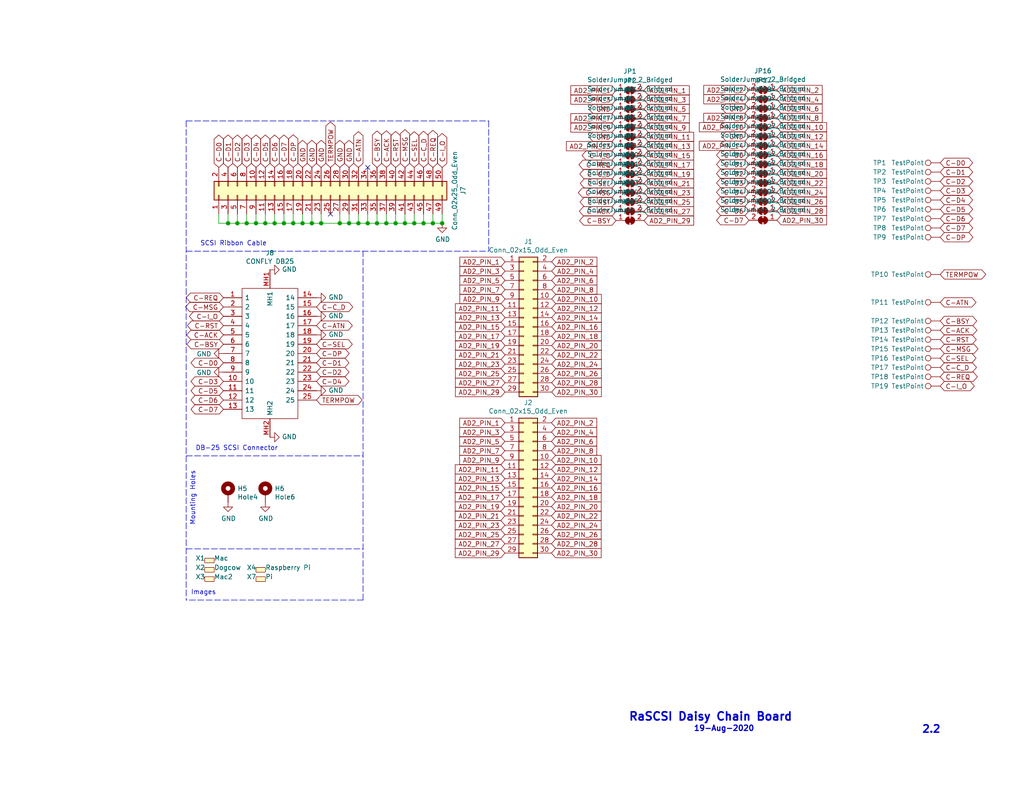
<source format=kicad_sch>
(kicad_sch (version 20201015) (generator eeschema)
  (page 1 1)
  (paper "USLetter")
  (lib_symbols
    (symbol "Connector:TestPoint" (pin_numbers hide) (pin_names (offset 0.762) hide)
      (property "Reference" "TP" (at 0 6.858 0))
      (property "Value" "TestPoint" (at 0 5.08 0))
      (symbol "TestPoint_0_1"
        (circle (center 0 3.302) (radius 0.762))
      )
      (symbol "TestPoint_1_1"
        (pin passive line (at 0 0 90) (length 2.54) (name "1") (number "1"))
      )
    )
    (symbol "Connector_Generic:Conn_02x15_Odd_Even" (pin_names (offset 1.016) hide)
      (property "Reference" "J" (at 1.27 20.32 0))
      (property "Value" "Conn_02x15_Odd_Even" (at 1.27 -20.32 0))
      (symbol "Conn_02x15_Odd_Even_1_1"
        (rectangle (start -1.27 -4.953) (end 0 -5.207) (stroke (width 0.1524)))
        (rectangle (start -1.27 -7.493) (end 0 -7.747) (stroke (width 0.1524)))
        (rectangle (start -1.27 -10.033) (end 0 -10.287) (stroke (width 0.1524)))
        (rectangle (start -1.27 -12.573) (end 0 -12.827) (stroke (width 0.1524)))
        (rectangle (start -1.27 -15.113) (end 0 -15.367) (stroke (width 0.1524)))
        (rectangle (start -1.27 -17.653) (end 0 -17.907) (stroke (width 0.1524)))
        (rectangle (start -1.27 -2.413) (end 0 -2.667) (stroke (width 0.1524)))
        (rectangle (start -1.27 2.667) (end 0 2.413) (stroke (width 0.1524)))
        (rectangle (start -1.27 5.207) (end 0 4.953) (stroke (width 0.1524)))
        (rectangle (start -1.27 7.747) (end 0 7.493) (stroke (width 0.1524)))
        (rectangle (start -1.27 10.287) (end 0 10.033) (stroke (width 0.1524)))
        (rectangle (start -1.27 0.127) (end 0 -0.127) (stroke (width 0.1524)))
        (rectangle (start -1.27 12.827) (end 0 12.573) (stroke (width 0.1524)))
        (rectangle (start -1.27 15.367) (end 0 15.113) (stroke (width 0.1524)))
        (rectangle (start -1.27 17.907) (end 0 17.653) (stroke (width 0.1524)))
        (rectangle (start -1.27 19.05) (end 3.81 -19.05) (stroke (width 0.254)) (fill (type background)))
        (rectangle (start 3.81 -4.953) (end 2.54 -5.207) (stroke (width 0.1524)))
        (rectangle (start 3.81 -7.493) (end 2.54 -7.747) (stroke (width 0.1524)))
        (rectangle (start 3.81 -10.033) (end 2.54 -10.287) (stroke (width 0.1524)))
        (rectangle (start 3.81 -12.573) (end 2.54 -12.827) (stroke (width 0.1524)))
        (rectangle (start 3.81 -15.113) (end 2.54 -15.367) (stroke (width 0.1524)))
        (rectangle (start 3.81 -17.653) (end 2.54 -17.907) (stroke (width 0.1524)))
        (rectangle (start 3.81 -2.413) (end 2.54 -2.667) (stroke (width 0.1524)))
        (rectangle (start 3.81 2.667) (end 2.54 2.413) (stroke (width 0.1524)))
        (rectangle (start 3.81 5.207) (end 2.54 4.953) (stroke (width 0.1524)))
        (rectangle (start 3.81 7.747) (end 2.54 7.493) (stroke (width 0.1524)))
        (rectangle (start 3.81 10.287) (end 2.54 10.033) (stroke (width 0.1524)))
        (rectangle (start 3.81 0.127) (end 2.54 -0.127) (stroke (width 0.1524)))
        (rectangle (start 3.81 12.827) (end 2.54 12.573) (stroke (width 0.1524)))
        (rectangle (start 3.81 15.367) (end 2.54 15.113) (stroke (width 0.1524)))
        (rectangle (start 3.81 17.907) (end 2.54 17.653) (stroke (width 0.1524)))
        (pin passive line (at -5.08 17.78 0) (length 3.81) (name "Pin_1") (number "1"))
        (pin passive line (at 7.62 7.62 180) (length 3.81) (name "Pin_10") (number "10"))
        (pin passive line (at -5.08 5.08 0) (length 3.81) (name "Pin_11") (number "11"))
        (pin passive line (at 7.62 5.08 180) (length 3.81) (name "Pin_12") (number "12"))
        (pin passive line (at -5.08 2.54 0) (length 3.81) (name "Pin_13") (number "13"))
        (pin passive line (at 7.62 2.54 180) (length 3.81) (name "Pin_14") (number "14"))
        (pin passive line (at -5.08 0 0) (length 3.81) (name "Pin_15") (number "15"))
        (pin passive line (at 7.62 0 180) (length 3.81) (name "Pin_16") (number "16"))
        (pin passive line (at -5.08 -2.54 0) (length 3.81) (name "Pin_17") (number "17"))
        (pin passive line (at 7.62 -2.54 180) (length 3.81) (name "Pin_18") (number "18"))
        (pin passive line (at -5.08 -5.08 0) (length 3.81) (name "Pin_19") (number "19"))
        (pin passive line (at 7.62 17.78 180) (length 3.81) (name "Pin_2") (number "2"))
        (pin passive line (at 7.62 -5.08 180) (length 3.81) (name "Pin_20") (number "20"))
        (pin passive line (at -5.08 -7.62 0) (length 3.81) (name "Pin_21") (number "21"))
        (pin passive line (at 7.62 -7.62 180) (length 3.81) (name "Pin_22") (number "22"))
        (pin passive line (at -5.08 -10.16 0) (length 3.81) (name "Pin_23") (number "23"))
        (pin passive line (at 7.62 -10.16 180) (length 3.81) (name "Pin_24") (number "24"))
        (pin passive line (at -5.08 -12.7 0) (length 3.81) (name "Pin_25") (number "25"))
        (pin passive line (at 7.62 -12.7 180) (length 3.81) (name "Pin_26") (number "26"))
        (pin passive line (at -5.08 -15.24 0) (length 3.81) (name "Pin_27") (number "27"))
        (pin passive line (at 7.62 -15.24 180) (length 3.81) (name "Pin_28") (number "28"))
        (pin passive line (at -5.08 -17.78 0) (length 3.81) (name "Pin_29") (number "29"))
        (pin passive line (at -5.08 15.24 0) (length 3.81) (name "Pin_3") (number "3"))
        (pin passive line (at 7.62 -17.78 180) (length 3.81) (name "Pin_30") (number "30"))
        (pin passive line (at 7.62 15.24 180) (length 3.81) (name "Pin_4") (number "4"))
        (pin passive line (at -5.08 12.7 0) (length 3.81) (name "Pin_5") (number "5"))
        (pin passive line (at 7.62 12.7 180) (length 3.81) (name "Pin_6") (number "6"))
        (pin passive line (at -5.08 10.16 0) (length 3.81) (name "Pin_7") (number "7"))
        (pin passive line (at 7.62 10.16 180) (length 3.81) (name "Pin_8") (number "8"))
        (pin passive line (at -5.08 7.62 0) (length 3.81) (name "Pin_9") (number "9"))
      )
    )
    (symbol "Connector_Generic:Conn_02x25_Odd_Even" (pin_names (offset 1.016) hide)
      (property "Reference" "J" (at 1.27 33.02 0))
      (property "Value" "Conn_02x25_Odd_Even" (at 1.27 -33.02 0))
      (symbol "Conn_02x25_Odd_Even_1_1"
        (rectangle (start -1.27 -27.813) (end 0 -28.067) (stroke (width 0.1524)))
        (rectangle (start -1.27 -30.353) (end 0 -30.607) (stroke (width 0.1524)))
        (rectangle (start -1.27 -4.953) (end 0 -5.207) (stroke (width 0.1524)))
        (rectangle (start -1.27 -7.493) (end 0 -7.747) (stroke (width 0.1524)))
        (rectangle (start -1.27 -10.033) (end 0 -10.287) (stroke (width 0.1524)))
        (rectangle (start -1.27 -12.573) (end 0 -12.827) (stroke (width 0.1524)))
        (rectangle (start -1.27 -15.113) (end 0 -15.367) (stroke (width 0.1524)))
        (rectangle (start -1.27 -17.653) (end 0 -17.907) (stroke (width 0.1524)))
        (rectangle (start -1.27 -20.193) (end 0 -20.447) (stroke (width 0.1524)))
        (rectangle (start -1.27 -22.733) (end 0 -22.987) (stroke (width 0.1524)))
        (rectangle (start -1.27 -2.413) (end 0 -2.667) (stroke (width 0.1524)))
        (rectangle (start -1.27 -25.273) (end 0 -25.527) (stroke (width 0.1524)))
        (rectangle (start -1.27 25.527) (end 0 25.273) (stroke (width 0.1524)))
        (rectangle (start -1.27 2.667) (end 0 2.413) (stroke (width 0.1524)))
        (rectangle (start -1.27 28.067) (end 0 27.813) (stroke (width 0.1524)))
        (rectangle (start -1.27 30.607) (end 0 30.353) (stroke (width 0.1524)))
        (rectangle (start -1.27 31.75) (end 3.81 -31.75) (stroke (width 0.254)) (fill (type background)))
        (rectangle (start -1.27 5.207) (end 0 4.953) (stroke (width 0.1524)))
        (rectangle (start -1.27 7.747) (end 0 7.493) (stroke (width 0.1524)))
        (rectangle (start -1.27 10.287) (end 0 10.033) (stroke (width 0.1524)))
        (rectangle (start -1.27 0.127) (end 0 -0.127) (stroke (width 0.1524)))
        (rectangle (start -1.27 12.827) (end 0 12.573) (stroke (width 0.1524)))
        (rectangle (start -1.27 15.367) (end 0 15.113) (stroke (width 0.1524)))
        (rectangle (start -1.27 17.907) (end 0 17.653) (stroke (width 0.1524)))
        (rectangle (start -1.27 20.447) (end 0 20.193) (stroke (width 0.1524)))
        (rectangle (start -1.27 22.987) (end 0 22.733) (stroke (width 0.1524)))
        (rectangle (start 3.81 -27.813) (end 2.54 -28.067) (stroke (width 0.1524)))
        (rectangle (start 3.81 -30.353) (end 2.54 -30.607) (stroke (width 0.1524)))
        (rectangle (start 3.81 -4.953) (end 2.54 -5.207) (stroke (width 0.1524)))
        (rectangle (start 3.81 -7.493) (end 2.54 -7.747) (stroke (width 0.1524)))
        (rectangle (start 3.81 -10.033) (end 2.54 -10.287) (stroke (width 0.1524)))
        (rectangle (start 3.81 -12.573) (end 2.54 -12.827) (stroke (width 0.1524)))
        (rectangle (start 3.81 -15.113) (end 2.54 -15.367) (stroke (width 0.1524)))
        (rectangle (start 3.81 -17.653) (end 2.54 -17.907) (stroke (width 0.1524)))
        (rectangle (start 3.81 -20.193) (end 2.54 -20.447) (stroke (width 0.1524)))
        (rectangle (start 3.81 -22.733) (end 2.54 -22.987) (stroke (width 0.1524)))
        (rectangle (start 3.81 -2.413) (end 2.54 -2.667) (stroke (width 0.1524)))
        (rectangle (start 3.81 -25.273) (end 2.54 -25.527) (stroke (width 0.1524)))
        (rectangle (start 3.81 25.527) (end 2.54 25.273) (stroke (width 0.1524)))
        (rectangle (start 3.81 2.667) (end 2.54 2.413) (stroke (width 0.1524)))
        (rectangle (start 3.81 28.067) (end 2.54 27.813) (stroke (width 0.1524)))
        (rectangle (start 3.81 30.607) (end 2.54 30.353) (stroke (width 0.1524)))
        (rectangle (start 3.81 5.207) (end 2.54 4.953) (stroke (width 0.1524)))
        (rectangle (start 3.81 7.747) (end 2.54 7.493) (stroke (width 0.1524)))
        (rectangle (start 3.81 10.287) (end 2.54 10.033) (stroke (width 0.1524)))
        (rectangle (start 3.81 0.127) (end 2.54 -0.127) (stroke (width 0.1524)))
        (rectangle (start 3.81 12.827) (end 2.54 12.573) (stroke (width 0.1524)))
        (rectangle (start 3.81 15.367) (end 2.54 15.113) (stroke (width 0.1524)))
        (rectangle (start 3.81 17.907) (end 2.54 17.653) (stroke (width 0.1524)))
        (rectangle (start 3.81 20.447) (end 2.54 20.193) (stroke (width 0.1524)))
        (rectangle (start 3.81 22.987) (end 2.54 22.733) (stroke (width 0.1524)))
        (pin passive line (at -5.08 30.48 0) (length 3.81) (name "Pin_1") (number "1"))
        (pin passive line (at 7.62 20.32 180) (length 3.81) (name "Pin_10") (number "10"))
        (pin passive line (at -5.08 17.78 0) (length 3.81) (name "Pin_11") (number "11"))
        (pin passive line (at 7.62 17.78 180) (length 3.81) (name "Pin_12") (number "12"))
        (pin passive line (at -5.08 15.24 0) (length 3.81) (name "Pin_13") (number "13"))
        (pin passive line (at 7.62 15.24 180) (length 3.81) (name "Pin_14") (number "14"))
        (pin passive line (at -5.08 12.7 0) (length 3.81) (name "Pin_15") (number "15"))
        (pin passive line (at 7.62 12.7 180) (length 3.81) (name "Pin_16") (number "16"))
        (pin passive line (at -5.08 10.16 0) (length 3.81) (name "Pin_17") (number "17"))
        (pin passive line (at 7.62 10.16 180) (length 3.81) (name "Pin_18") (number "18"))
        (pin passive line (at -5.08 7.62 0) (length 3.81) (name "Pin_19") (number "19"))
        (pin passive line (at 7.62 30.48 180) (length 3.81) (name "Pin_2") (number "2"))
        (pin passive line (at 7.62 7.62 180) (length 3.81) (name "Pin_20") (number "20"))
        (pin passive line (at -5.08 5.08 0) (length 3.81) (name "Pin_21") (number "21"))
        (pin passive line (at 7.62 5.08 180) (length 3.81) (name "Pin_22") (number "22"))
        (pin passive line (at -5.08 2.54 0) (length 3.81) (name "Pin_23") (number "23"))
        (pin passive line (at 7.62 2.54 180) (length 3.81) (name "Pin_24") (number "24"))
        (pin passive line (at -5.08 0 0) (length 3.81) (name "Pin_25") (number "25"))
        (pin passive line (at 7.62 0 180) (length 3.81) (name "Pin_26") (number "26"))
        (pin passive line (at -5.08 -2.54 0) (length 3.81) (name "Pin_27") (number "27"))
        (pin passive line (at 7.62 -2.54 180) (length 3.81) (name "Pin_28") (number "28"))
        (pin passive line (at -5.08 -5.08 0) (length 3.81) (name "Pin_29") (number "29"))
        (pin passive line (at -5.08 27.94 0) (length 3.81) (name "Pin_3") (number "3"))
        (pin passive line (at 7.62 -5.08 180) (length 3.81) (name "Pin_30") (number "30"))
        (pin passive line (at -5.08 -7.62 0) (length 3.81) (name "Pin_31") (number "31"))
        (pin passive line (at 7.62 -7.62 180) (length 3.81) (name "Pin_32") (number "32"))
        (pin passive line (at -5.08 -10.16 0) (length 3.81) (name "Pin_33") (number "33"))
        (pin passive line (at 7.62 -10.16 180) (length 3.81) (name "Pin_34") (number "34"))
        (pin passive line (at -5.08 -12.7 0) (length 3.81) (name "Pin_35") (number "35"))
        (pin passive line (at 7.62 -12.7 180) (length 3.81) (name "Pin_36") (number "36"))
        (pin passive line (at -5.08 -15.24 0) (length 3.81) (name "Pin_37") (number "37"))
        (pin passive line (at 7.62 -15.24 180) (length 3.81) (name "Pin_38") (number "38"))
        (pin passive line (at -5.08 -17.78 0) (length 3.81) (name "Pin_39") (number "39"))
        (pin passive line (at 7.62 27.94 180) (length 3.81) (name "Pin_4") (number "4"))
        (pin passive line (at 7.62 -17.78 180) (length 3.81) (name "Pin_40") (number "40"))
        (pin passive line (at -5.08 -20.32 0) (length 3.81) (name "Pin_41") (number "41"))
        (pin passive line (at 7.62 -20.32 180) (length 3.81) (name "Pin_42") (number "42"))
        (pin passive line (at -5.08 -22.86 0) (length 3.81) (name "Pin_43") (number "43"))
        (pin passive line (at 7.62 -22.86 180) (length 3.81) (name "Pin_44") (number "44"))
        (pin passive line (at -5.08 -25.4 0) (length 3.81) (name "Pin_45") (number "45"))
        (pin passive line (at 7.62 -25.4 180) (length 3.81) (name "Pin_46") (number "46"))
        (pin passive line (at -5.08 -27.94 0) (length 3.81) (name "Pin_47") (number "47"))
        (pin passive line (at 7.62 -27.94 180) (length 3.81) (name "Pin_48") (number "48"))
        (pin passive line (at -5.08 -30.48 0) (length 3.81) (name "Pin_49") (number "49"))
        (pin passive line (at -5.08 25.4 0) (length 3.81) (name "Pin_5") (number "5"))
        (pin passive line (at 7.62 -30.48 180) (length 3.81) (name "Pin_50") (number "50"))
        (pin passive line (at 7.62 25.4 180) (length 3.81) (name "Pin_6") (number "6"))
        (pin passive line (at -5.08 22.86 0) (length 3.81) (name "Pin_7") (number "7"))
        (pin passive line (at 7.62 22.86 180) (length 3.81) (name "Pin_8") (number "8"))
        (pin passive line (at -5.08 20.32 0) (length 3.81) (name "Pin_9") (number "9"))
      )
    )
    (symbol "Jumper:SolderJumper_2_Bridged" (pin_names (offset 0) hide)
      (property "Reference" "JP" (at 0 2.032 0))
      (property "Value" "SolderJumper_2_Bridged" (at 0 -2.54 0))
      (symbol "SolderJumper_2_Bridged_0_1"
        (arc (start -0.254 1.016) (end -0.254 -1.016) (radius (at -0.254 0) (length 1.016) (angles 90.1 -90.1)))
        (arc (start -0.254 1.016) (end -0.254 -1.016) (radius (at -0.254 0) (length 1.016) (angles 90.1 -90.1)) (fill (type outline)))
        (arc (start 0.254 -1.016) (end 0.254 1.016) (radius (at 0.254 0) (length 1.016) (angles -89.9 89.9)))
        (arc (start 0.254 -1.016) (end 0.254 1.016) (radius (at 0.254 0) (length 1.016) (angles -89.9 89.9)) (fill (type outline)))
        (rectangle (start -0.508 0.508) (end 0.508 -0.508) (fill (type outline)))
        (polyline (pts (xy -0.254 1.016) (xy -0.254 -1.016)))
        (polyline (pts (xy 0.254 1.016) (xy 0.254 -1.016)))
      )
      (symbol "SolderJumper_2_Bridged_1_1"
        (pin passive line (at -3.81 0 0) (length 2.54) (name "A") (number "1"))
        (pin passive line (at 3.81 0 180) (length 2.54) (name "B") (number "2"))
      )
    )
    (symbol "Mechanical:MountingHole_Pad" (pin_numbers hide) (pin_names (offset 1.016) hide)
      (property "Reference" "H" (at 0 6.35 0))
      (property "Value" "MountingHole_Pad" (at 0 4.445 0))
      (symbol "MountingHole_Pad_0_1"
        (circle (center 0 1.27) (radius 1.27) (stroke (width 1.27)))
      )
      (symbol "MountingHole_Pad_1_1"
        (pin input line (at 0 -2.54 90) (length 2.54) (name "1") (number "1"))
      )
    )
    (symbol "SamacSys_Parts:5748901-1" (pin_names (offset 0.762))
      (property "Reference" "J" (at 41.91 12.7 0))
      (property "Value" "5748901-1" (at 41.91 10.16 0))
      (symbol "5748901-1_0_1"
        (polyline (pts (xy 5.08 7.62) (xy 40.64 7.62) (xy 40.64 -7.62) (xy 5.08 -7.62) (xy 5.08 7.62)) (stroke (width 0.1524)))
      )
      (symbol "5748901-1_0_0"
        (pin passive line (at 7.62 -12.7 90) (length 5.08) (name "1") (number "1"))
        (pin passive line (at 10.16 -12.7 90) (length 5.08) (name "2") (number "2"))
        (pin passive line (at 12.7 -12.7 90) (length 5.08) (name "3") (number "3"))
        (pin passive line (at 15.24 -12.7 90) (length 5.08) (name "4") (number "4"))
        (pin passive line (at 17.78 -12.7 90) (length 5.08) (name "5") (number "5"))
        (pin passive line (at 20.32 -12.7 90) (length 5.08) (name "6") (number "6"))
        (pin passive line (at 22.86 -12.7 90) (length 5.08) (name "7") (number "7"))
        (pin passive line (at 25.4 -12.7 90) (length 5.08) (name "8") (number "8"))
        (pin passive line (at 27.94 -12.7 90) (length 5.08) (name "9") (number "9"))
        (pin passive line (at 30.48 -12.7 90) (length 5.08) (name "10") (number "10"))
        (pin passive line (at 33.02 -12.7 90) (length 5.08) (name "11") (number "11"))
        (pin passive line (at 35.56 -12.7 90) (length 5.08) (name "12") (number "12"))
        (pin passive line (at 38.1 -12.7 90) (length 5.08) (name "13") (number "13"))
        (pin passive line (at 7.62 12.7 270) (length 5.08) (name "14") (number "14"))
        (pin passive line (at 10.16 12.7 270) (length 5.08) (name "15") (number "15"))
        (pin passive line (at 12.7 12.7 270) (length 5.08) (name "16") (number "16"))
        (pin passive line (at 15.24 12.7 270) (length 5.08) (name "17") (number "17"))
        (pin passive line (at 17.78 12.7 270) (length 5.08) (name "18") (number "18"))
        (pin passive line (at 20.32 12.7 270) (length 5.08) (name "19") (number "19"))
        (pin passive line (at 22.86 12.7 270) (length 5.08) (name "20") (number "20"))
        (pin passive line (at 25.4 12.7 270) (length 5.08) (name "21") (number "21"))
        (pin passive line (at 27.94 12.7 270) (length 5.08) (name "22") (number "22"))
        (pin passive line (at 30.48 12.7 270) (length 5.08) (name "23") (number "23"))
        (pin passive line (at 33.02 12.7 270) (length 5.08) (name "24") (number "24"))
        (pin passive line (at 35.56 12.7 270) (length 5.08) (name "25") (number "25"))
        (pin passive line (at 0 0 0) (length 5.08) (name "MH1") (number "MH1"))
        (pin passive line (at 45.72 0 180) (length 5.08) (name "MH2") (number "MH2"))
      )
    )
    (symbol "SamacSys_Parts:Logo" (pin_names (offset 1.016))
      (property "Reference" "X" (at 0 3.81 0))
      (property "Value" "Logo" (at 0 0 0))
      (symbol "Logo_0_1"
        (rectangle (start -1.27 1.27) (end 1.27 2.54) (fill (type background)))
      )
    )
    (symbol "power:GND" (power) (pin_names (offset 0))
      (property "Value" "GND" (at 0 -3.81 0))
      (symbol "GND_0_1"
        (polyline (pts (xy 0 0) (xy 0 -1.27) (xy 1.27 -1.27) (xy 0 -2.54) (xy -1.27 -1.27) (xy 0 -1.27)))
      )
      (symbol "GND_1_1"
        (pin power_in line (at 0 0 270) (length 0) hide (name "GND") (number "1"))
      )
    )
  )
  (junction (at 62.23 60.96) (diameter 1.016))
  (junction (at 64.77 60.96) (diameter 1.016))
  (junction (at 67.31 60.96) (diameter 1.016))
  (junction (at 69.85 60.96) (diameter 1.016))
  (junction (at 72.39 60.96) (diameter 1.016))
  (junction (at 74.93 60.96) (diameter 1.016))
  (junction (at 77.47 60.96) (diameter 1.016))
  (junction (at 80.01 60.96) (diameter 1.016))
  (junction (at 82.55 60.96) (diameter 1.016))
  (junction (at 85.09 60.96) (diameter 1.016))
  (junction (at 87.63 60.96) (diameter 1.016))
  (junction (at 92.71 60.96) (diameter 1.016))
  (junction (at 95.25 60.96) (diameter 1.016))
  (junction (at 97.79 60.96) (diameter 1.016))
  (junction (at 100.33 60.96) (diameter 1.016))
  (junction (at 102.87 60.96) (diameter 1.016))
  (junction (at 105.41 60.96) (diameter 1.016))
  (junction (at 107.95 60.96) (diameter 1.016))
  (junction (at 110.49 60.96) (diameter 1.016))
  (junction (at 113.03 60.96) (diameter 1.016))
  (junction (at 115.57 60.96) (diameter 1.016))
  (junction (at 118.11 60.96) (diameter 1.016))
  (junction (at 120.65 60.96) (diameter 1.016))
  (no_connect (at 100.33 45.72))
  (no_connect (at 90.17 58.42))
  (wire (pts (xy 59.69 60.96) (xy 59.69 58.42)))
  (wire (pts (xy 59.69 60.96) (xy 62.23 60.96)))
  (wire (pts (xy 62.23 60.96) (xy 62.23 58.42)))
  (wire (pts (xy 62.23 60.96) (xy 64.77 60.96)))
  (wire (pts (xy 64.77 60.96) (xy 64.77 58.42)))
  (wire (pts (xy 64.77 60.96) (xy 67.31 60.96)))
  (wire (pts (xy 67.31 60.96) (xy 67.31 58.42)))
  (wire (pts (xy 67.31 60.96) (xy 69.85 60.96)))
  (wire (pts (xy 69.85 60.96) (xy 69.85 58.42)))
  (wire (pts (xy 69.85 60.96) (xy 72.39 60.96)))
  (wire (pts (xy 72.39 60.96) (xy 72.39 58.42)))
  (wire (pts (xy 72.39 60.96) (xy 74.93 60.96)))
  (wire (pts (xy 74.93 60.96) (xy 74.93 58.42)))
  (wire (pts (xy 74.93 60.96) (xy 77.47 60.96)))
  (wire (pts (xy 77.47 60.96) (xy 77.47 58.42)))
  (wire (pts (xy 77.47 60.96) (xy 80.01 60.96)))
  (wire (pts (xy 80.01 60.96) (xy 80.01 58.42)))
  (wire (pts (xy 80.01 60.96) (xy 82.55 60.96)))
  (wire (pts (xy 82.55 60.96) (xy 82.55 58.42)))
  (wire (pts (xy 82.55 60.96) (xy 85.09 60.96)))
  (wire (pts (xy 85.09 60.96) (xy 85.09 58.42)))
  (wire (pts (xy 85.09 60.96) (xy 87.63 60.96)))
  (wire (pts (xy 87.63 60.96) (xy 87.63 58.42)))
  (wire (pts (xy 87.63 60.96) (xy 92.71 60.96)))
  (wire (pts (xy 92.71 60.96) (xy 92.71 58.42)))
  (wire (pts (xy 92.71 60.96) (xy 95.25 60.96)))
  (wire (pts (xy 95.25 60.96) (xy 95.25 58.42)))
  (wire (pts (xy 95.25 60.96) (xy 97.79 60.96)))
  (wire (pts (xy 97.79 60.96) (xy 97.79 58.42)))
  (wire (pts (xy 97.79 60.96) (xy 100.33 60.96)))
  (wire (pts (xy 100.33 60.96) (xy 100.33 58.42)))
  (wire (pts (xy 100.33 60.96) (xy 102.87 60.96)))
  (wire (pts (xy 102.87 60.96) (xy 102.87 58.42)))
  (wire (pts (xy 102.87 60.96) (xy 105.41 60.96)))
  (wire (pts (xy 105.41 60.96) (xy 105.41 58.42)))
  (wire (pts (xy 105.41 60.96) (xy 107.95 60.96)))
  (wire (pts (xy 107.95 60.96) (xy 107.95 58.42)))
  (wire (pts (xy 107.95 60.96) (xy 110.49 60.96)))
  (wire (pts (xy 110.49 60.96) (xy 110.49 58.42)))
  (wire (pts (xy 110.49 60.96) (xy 113.03 60.96)))
  (wire (pts (xy 113.03 60.96) (xy 113.03 58.42)))
  (wire (pts (xy 113.03 60.96) (xy 115.57 60.96)))
  (wire (pts (xy 115.57 60.96) (xy 115.57 58.42)))
  (wire (pts (xy 115.57 60.96) (xy 118.11 60.96)))
  (wire (pts (xy 118.11 60.96) (xy 118.11 58.42)))
  (wire (pts (xy 118.11 60.96) (xy 120.65 60.96)))
  (wire (pts (xy 120.65 60.96) (xy 120.65 58.42)))
  (polyline (pts (xy 50.8 33.02) (xy 50.8 163.83)) (stroke (width 0) (type dash)))
  (polyline (pts (xy 50.8 33.02) (xy 133.35 33.02)) (stroke (width 0) (type dash)))
  (polyline (pts (xy 50.8 68.58) (xy 133.35 68.58)) (stroke (width 0) (type dash)))
  (polyline (pts (xy 50.8 124.46) (xy 99.06 124.46)) (stroke (width 0) (type dash)))
  (polyline (pts (xy 50.8 149.86) (xy 99.06 149.86)) (stroke (width 0) (type dash)))
  (polyline (pts (xy 99.06 163.83) (xy 50.8 163.83)) (stroke (width 0) (type dash)))
  (polyline (pts (xy 99.06 163.83) (xy 99.06 68.58)) (stroke (width 0) (type dash)))
  (polyline (pts (xy 133.35 33.02) (xy 133.35 68.58)) (stroke (width 0) (type dash)))
  (text "Images" (at 52.07 162.56 0) (effects (font (size 1.27 1.27)) (justify left bottom)))
  (text "DB-25 SCSI Connector" (at 53.34 123.19 0) (effects (font (size 1.27 1.27)) (justify left bottom)))
  (text "Mounting Holes" (at 53.34 143.51 90) (effects (font (size 1.27 1.27)) (justify left bottom)))
  (text "SCSI Ribbon Cable" (at 54.61 67.31 0) (effects (font (size 1.27 1.27)) (justify left bottom)))
  (text "RaSCSI Daisy Chain Board" (at 171.45 197.104 0) (effects (font (size 2.2098 2.2098) (thickness 0.442) bold) (justify left bottom)))
  (text "19-Aug-2020" (at 189.23 199.898 0) (effects (font (size 1.4986 1.4986) (thickness 0.2997) bold) (justify left bottom)))
  (text "2.2" (at 251.46 200.406 0) (effects (font (size 2.0066 2.0066) (thickness 0.4013) bold) (justify left bottom)))
  (global_label "C-D0" (shape bidirectional) (at 59.69 45.72 90))
  (global_label "C-REQ" (shape bidirectional) (at 60.96 81.28 180))
  (global_label "C-MSG" (shape bidirectional) (at 60.96 83.82 180))
  (global_label "C-I_O" (shape bidirectional) (at 60.96 86.36 180))
  (global_label "C-RST" (shape bidirectional) (at 60.96 88.9 180))
  (global_label "C-ACK" (shape bidirectional) (at 60.96 91.44 180))
  (global_label "C-BSY" (shape bidirectional) (at 60.96 93.98 180))
  (global_label "C-D0" (shape bidirectional) (at 60.96 99.06 180))
  (global_label "C-D3" (shape bidirectional) (at 60.96 104.14 180))
  (global_label "C-D5" (shape bidirectional) (at 60.96 106.68 180))
  (global_label "C-D6" (shape bidirectional) (at 60.96 109.22 180))
  (global_label "C-D7" (shape bidirectional) (at 60.96 111.76 180))
  (global_label "C-D1" (shape bidirectional) (at 62.23 45.72 90))
  (global_label "C-D2" (shape bidirectional) (at 64.77 45.72 90))
  (global_label "C-D3" (shape bidirectional) (at 67.31 45.72 90))
  (global_label "C-D4" (shape bidirectional) (at 69.85 45.72 90))
  (global_label "C-D5" (shape bidirectional) (at 72.39 45.72 90))
  (global_label "C-D6" (shape bidirectional) (at 74.93 45.72 90))
  (global_label "C-D7" (shape bidirectional) (at 77.47 45.72 90))
  (global_label "C-DP" (shape bidirectional) (at 80.01 45.72 90))
  (global_label "GND" (shape bidirectional) (at 82.55 45.72 90))
  (global_label "GND" (shape bidirectional) (at 85.09 45.72 90))
  (global_label "C-C_D" (shape bidirectional) (at 86.36 83.82 0))
  (global_label "C-ATN" (shape bidirectional) (at 86.36 88.9 0))
  (global_label "C-SEL" (shape bidirectional) (at 86.36 93.98 0))
  (global_label "C-DP" (shape bidirectional) (at 86.36 96.52 0))
  (global_label "C-D1" (shape bidirectional) (at 86.36 99.06 0))
  (global_label "C-D2" (shape bidirectional) (at 86.36 101.6 0))
  (global_label "C-D4" (shape bidirectional) (at 86.36 104.14 0))
  (global_label "TERMPOW" (shape bidirectional) (at 86.36 109.22 0))
  (global_label "GND" (shape bidirectional) (at 87.63 45.72 90))
  (global_label "TERMPOW" (shape bidirectional) (at 90.17 45.72 90))
  (global_label "GND" (shape bidirectional) (at 92.71 45.72 90))
  (global_label "GND" (shape bidirectional) (at 95.25 45.72 90))
  (global_label "C-ATN" (shape bidirectional) (at 97.79 45.72 90))
  (global_label "C-BSY" (shape bidirectional) (at 102.87 45.72 90))
  (global_label "C-ACK" (shape bidirectional) (at 105.41 45.72 90))
  (global_label "C-RST" (shape bidirectional) (at 107.95 45.72 90))
  (global_label "C-MSG" (shape bidirectional) (at 110.49 45.72 90))
  (global_label "C-SEL" (shape bidirectional) (at 113.03 45.72 90))
  (global_label "C-C_D" (shape bidirectional) (at 115.57 45.72 90))
  (global_label "C-REQ" (shape bidirectional) (at 118.11 45.72 90))
  (global_label "C-I_O" (shape bidirectional) (at 120.65 45.72 90))
  (global_label "AD2_PIN_1" (shape input) (at 137.7696 115.443 180))
  (global_label "AD2_PIN_3" (shape input) (at 137.7696 117.983 180))
  (global_label "AD2_PIN_5" (shape input) (at 137.7696 120.523 180))
  (global_label "AD2_PIN_7" (shape input) (at 137.7696 123.063 180))
  (global_label "AD2_PIN_9" (shape input) (at 137.7696 125.603 180))
  (global_label "AD2_PIN_11" (shape input) (at 137.7696 128.143 180))
  (global_label "AD2_PIN_13" (shape input) (at 137.7696 130.683 180))
  (global_label "AD2_PIN_15" (shape input) (at 137.7696 133.223 180))
  (global_label "AD2_PIN_17" (shape input) (at 137.7696 135.763 180))
  (global_label "AD2_PIN_19" (shape input) (at 137.7696 138.303 180))
  (global_label "AD2_PIN_21" (shape input) (at 137.7696 140.843 180))
  (global_label "AD2_PIN_23" (shape input) (at 137.7696 143.383 180))
  (global_label "AD2_PIN_25" (shape input) (at 137.7696 145.923 180))
  (global_label "AD2_PIN_27" (shape input) (at 137.7696 148.463 180))
  (global_label "AD2_PIN_29" (shape input) (at 137.7696 151.003 180))
  (global_label "AD2_PIN_1" (shape input) (at 137.8204 71.4756 180))
  (global_label "AD2_PIN_3" (shape input) (at 137.8204 74.0156 180))
  (global_label "AD2_PIN_5" (shape input) (at 137.8204 76.5556 180))
  (global_label "AD2_PIN_7" (shape input) (at 137.8204 79.0956 180))
  (global_label "AD2_PIN_9" (shape input) (at 137.8204 81.6356 180))
  (global_label "AD2_PIN_11" (shape input) (at 137.8204 84.1756 180))
  (global_label "AD2_PIN_13" (shape input) (at 137.8204 86.7156 180))
  (global_label "AD2_PIN_15" (shape input) (at 137.8204 89.2556 180))
  (global_label "AD2_PIN_17" (shape input) (at 137.8204 91.7956 180))
  (global_label "AD2_PIN_19" (shape input) (at 137.8204 94.3356 180))
  (global_label "AD2_PIN_21" (shape input) (at 137.8204 96.8756 180))
  (global_label "AD2_PIN_23" (shape input) (at 137.8204 99.4156 180))
  (global_label "AD2_PIN_25" (shape input) (at 137.8204 101.9556 180))
  (global_label "AD2_PIN_27" (shape input) (at 137.8204 104.4956 180))
  (global_label "AD2_PIN_29" (shape input) (at 137.8204 107.0356 180))
  (global_label "AD2_PIN_2" (shape input) (at 150.4696 115.443 0))
  (global_label "AD2_PIN_4" (shape input) (at 150.4696 117.983 0))
  (global_label "AD2_PIN_6" (shape input) (at 150.4696 120.523 0))
  (global_label "AD2_PIN_8" (shape input) (at 150.4696 123.063 0))
  (global_label "AD2_PIN_10" (shape input) (at 150.4696 125.603 0))
  (global_label "AD2_PIN_12" (shape input) (at 150.4696 128.143 0))
  (global_label "AD2_PIN_14" (shape input) (at 150.4696 130.683 0))
  (global_label "AD2_PIN_16" (shape input) (at 150.4696 133.223 0))
  (global_label "AD2_PIN_18" (shape input) (at 150.4696 135.763 0))
  (global_label "AD2_PIN_20" (shape input) (at 150.4696 138.303 0))
  (global_label "AD2_PIN_22" (shape input) (at 150.4696 140.843 0))
  (global_label "AD2_PIN_24" (shape input) (at 150.4696 143.383 0))
  (global_label "AD2_PIN_26" (shape input) (at 150.4696 145.923 0))
  (global_label "AD2_PIN_28" (shape input) (at 150.4696 148.463 0))
  (global_label "AD2_PIN_30" (shape input) (at 150.4696 151.003 0))
  (global_label "AD2_PIN_2" (shape input) (at 150.5204 71.4756 0))
  (global_label "AD2_PIN_4" (shape input) (at 150.5204 74.0156 0))
  (global_label "AD2_PIN_6" (shape input) (at 150.5204 76.5556 0))
  (global_label "AD2_PIN_8" (shape input) (at 150.5204 79.0956 0))
  (global_label "AD2_PIN_10" (shape input) (at 150.5204 81.6356 0))
  (global_label "AD2_PIN_12" (shape input) (at 150.5204 84.1756 0))
  (global_label "AD2_PIN_14" (shape input) (at 150.5204 86.7156 0))
  (global_label "AD2_PIN_16" (shape input) (at 150.5204 89.2556 0))
  (global_label "AD2_PIN_18" (shape input) (at 150.5204 91.7956 0))
  (global_label "AD2_PIN_20" (shape input) (at 150.5204 94.3356 0))
  (global_label "AD2_PIN_22" (shape input) (at 150.5204 96.8756 0))
  (global_label "AD2_PIN_24" (shape input) (at 150.5204 99.4156 0))
  (global_label "AD2_PIN_26" (shape input) (at 150.5204 101.9556 0))
  (global_label "AD2_PIN_28" (shape input) (at 150.5204 104.4956 0))
  (global_label "AD2_PIN_30" (shape input) (at 150.5204 107.0356 0))
  (global_label "AD2_PIN_1" (shape input) (at 168.0972 24.6634 180))
  (global_label "AD2_PIN_3" (shape input) (at 168.0972 27.2034 180))
  (global_label "GND" (shape bidirectional) (at 168.0972 29.7434 180))
  (global_label "AD2_PIN_7" (shape input) (at 168.0972 32.2834 180))
  (global_label "AD2_PIN_9" (shape input) (at 168.0972 34.8234 180))
  (global_label "GND" (shape bidirectional) (at 168.0972 37.3634 180))
  (global_label "AD2_PIN_13" (shape input) (at 168.0972 39.9034 180))
  (global_label "C-I_O" (shape bidirectional) (at 168.0972 42.4434 180))
  (global_label "C-REQ" (shape bidirectional) (at 168.0972 44.9834 180))
  (global_label "C-C_D" (shape bidirectional) (at 168.0972 47.5234 180))
  (global_label "C-SEL" (shape bidirectional) (at 168.0972 50.0634 180))
  (global_label "C-MSG" (shape bidirectional) (at 168.0972 52.6034 180))
  (global_label "C-RST" (shape bidirectional) (at 168.0972 55.1434 180))
  (global_label "C-ACK" (shape bidirectional) (at 168.0972 57.6834 180))
  (global_label "C-BSY" (shape bidirectional) (at 168.0972 60.2234 180))
  (global_label "AD2_PIN_1" (shape input) (at 175.7172 24.6634 0))
  (global_label "AD2_PIN_3" (shape input) (at 175.7172 27.2034 0))
  (global_label "AD2_PIN_5" (shape input) (at 175.7172 29.7434 0))
  (global_label "AD2_PIN_7" (shape input) (at 175.7172 32.2834 0))
  (global_label "AD2_PIN_9" (shape input) (at 175.7172 34.8234 0))
  (global_label "AD2_PIN_11" (shape input) (at 175.7172 37.3634 0))
  (global_label "AD2_PIN_13" (shape input) (at 175.7172 39.9034 0))
  (global_label "AD2_PIN_15" (shape input) (at 175.7172 42.4434 0))
  (global_label "AD2_PIN_17" (shape input) (at 175.7172 44.9834 0))
  (global_label "AD2_PIN_19" (shape input) (at 175.7172 47.5234 0))
  (global_label "AD2_PIN_21" (shape input) (at 175.7172 50.0634 0))
  (global_label "AD2_PIN_23" (shape input) (at 175.7172 52.6034 0))
  (global_label "AD2_PIN_25" (shape input) (at 175.7172 55.1434 0))
  (global_label "AD2_PIN_27" (shape input) (at 175.7172 57.6834 0))
  (global_label "AD2_PIN_29" (shape input) (at 175.7172 60.2234 0))
  (global_label "AD2_PIN_2" (shape input) (at 204.3684 24.5618 180))
  (global_label "AD2_PIN_4" (shape input) (at 204.3684 27.1018 180))
  (global_label "GND" (shape bidirectional) (at 204.3684 29.6418 180))
  (global_label "AD2_PIN_8" (shape input) (at 204.3684 32.1818 180))
  (global_label "AD2_PIN_10" (shape input) (at 204.3684 34.7218 180))
  (global_label "GND" (shape bidirectional) (at 204.3684 37.2618 180))
  (global_label "AD2_PIN_14" (shape input) (at 204.3684 39.8018 180))
  (global_label "C-D0" (shape bidirectional) (at 204.3684 42.3418 180))
  (global_label "C-D1" (shape bidirectional) (at 204.3684 44.8818 180))
  (global_label "C-D2" (shape bidirectional) (at 204.3684 47.4218 180))
  (global_label "C-D3" (shape bidirectional) (at 204.3684 49.9618 180))
  (global_label "C-D4" (shape bidirectional) (at 204.3684 52.5018 180))
  (global_label "C-D5" (shape bidirectional) (at 204.3684 55.0418 180))
  (global_label "C-D6" (shape bidirectional) (at 204.3684 57.5818 180))
  (global_label "C-D7" (shape bidirectional) (at 204.3684 60.1218 180))
  (global_label "AD2_PIN_2" (shape input) (at 211.9884 24.5618 0))
  (global_label "AD2_PIN_4" (shape input) (at 211.9884 27.1018 0))
  (global_label "AD2_PIN_6" (shape input) (at 211.9884 29.6418 0))
  (global_label "AD2_PIN_8" (shape input) (at 211.9884 32.1818 0))
  (global_label "AD2_PIN_10" (shape input) (at 211.9884 34.7218 0))
  (global_label "AD2_PIN_12" (shape input) (at 211.9884 37.2618 0))
  (global_label "AD2_PIN_14" (shape input) (at 211.9884 39.8018 0))
  (global_label "AD2_PIN_16" (shape input) (at 211.9884 42.3418 0))
  (global_label "AD2_PIN_18" (shape input) (at 211.9884 44.8818 0))
  (global_label "AD2_PIN_20" (shape input) (at 211.9884 47.4218 0))
  (global_label "AD2_PIN_22" (shape input) (at 211.9884 49.9618 0))
  (global_label "AD2_PIN_24" (shape input) (at 211.9884 52.5018 0))
  (global_label "AD2_PIN_26" (shape input) (at 211.9884 55.0418 0))
  (global_label "AD2_PIN_28" (shape input) (at 211.9884 57.5818 0))
  (global_label "AD2_PIN_30" (shape input) (at 211.9884 60.1218 0))
  (global_label "C-D0" (shape bidirectional) (at 256.54 44.45 0))
  (global_label "C-D1" (shape bidirectional) (at 256.54 46.99 0))
  (global_label "C-D2" (shape bidirectional) (at 256.54 49.53 0))
  (global_label "C-D3" (shape bidirectional) (at 256.54 52.07 0))
  (global_label "C-D4" (shape bidirectional) (at 256.54 54.61 0))
  (global_label "C-D5" (shape bidirectional) (at 256.54 57.15 0))
  (global_label "C-D6" (shape bidirectional) (at 256.54 59.69 0))
  (global_label "C-D7" (shape bidirectional) (at 256.54 62.23 0))
  (global_label "C-DP" (shape bidirectional) (at 256.54 64.77 0))
  (global_label "TERMPOW" (shape bidirectional) (at 256.54 74.93 0))
  (global_label "C-ATN" (shape bidirectional) (at 256.54 82.55 0))
  (global_label "C-BSY" (shape bidirectional) (at 256.54 87.63 0))
  (global_label "C-ACK" (shape bidirectional) (at 256.54 90.17 0))
  (global_label "C-RST" (shape bidirectional) (at 256.54 92.71 0))
  (global_label "C-MSG" (shape bidirectional) (at 256.54 95.25 0))
  (global_label "C-SEL" (shape bidirectional) (at 256.54 97.79 0))
  (global_label "C-C_D" (shape bidirectional) (at 256.54 100.33 0))
  (global_label "C-REQ" (shape bidirectional) (at 256.54 102.87 0))
  (global_label "C-I_O" (shape bidirectional) (at 256.54 105.41 0))
  (symbol (lib_id "SamacSys_Parts:Logo") (at 57.15 154.94 0) (unit 1)
    (property "Reference" "X1" (at 53.34 152.4 0) (effects (justify left)))
    (property "Value" "Mac" (at 58.42 152.4 0) (effects (justify left)))
    (property "Footprint" "SamacSys_Parts:mac_happy_small" (effects hide))
  )
  (symbol (lib_id "SamacSys_Parts:Logo") (at 57.15 157.48 0) (unit 1)
    (property "Reference" "X2" (at 53.34 154.94 0) (effects (justify left)))
    (property "Value" "Dogcow" (at 58.42 154.94 0) (effects (justify left)))
    (property "Footprint" "SamacSys_Parts:dogcow" (effects hide))
  )
  (symbol (lib_id "SamacSys_Parts:Logo") (at 57.15 160.02 0) (unit 1)
    (property "Reference" "X3" (at 53.34 157.48 0) (effects (justify left)))
    (property "Value" "Mac2" (at 58.42 157.48 0) (effects (justify left)))
    (property "Footprint" "SamacSys_Parts:mac_happy_small" (effects hide))
    (property "Datasheet" "SamacSys_Parts:mac_happy_small" (effects hide))
  )
  (symbol (lib_id "SamacSys_Parts:Logo") (at 71.12 153.67 180) (unit 1)
    (property "Reference" "X4" (at 67.31 154.94 0) (effects (justify right)))
    (property "Value" "Raspberry Pi" (at 72.39 154.94 0) (effects (justify right)))
    (property "Footprint" "SamacSys_Parts:pi_logo" (effects hide))
  )
  (symbol (lib_id "SamacSys_Parts:Logo") (at 71.12 156.21 180) (unit 1)
    (property "Reference" "X7" (at 67.31 157.48 0) (effects (justify right)))
    (property "Value" "Pi" (at 72.39 157.48 0) (effects (justify right)))
    (property "Footprint" "SamacSys_Parts:pi_logo" (effects hide))
  )
  (symbol (lib_id "Connector:TestPoint") (at 256.54 44.45 90) (unit 1)
    (property "Reference" "TP1" (at 240.03 44.45 90))
    (property "Value" "TestPoint" (at 247.65 44.45 90))
    (property "Footprint" "TestPoint:TestPoint_Loop_D2.50mm_Drill1.0mm" (effects hide))
  )
  (symbol (lib_id "Connector:TestPoint") (at 256.54 46.99 90) (unit 1)
    (property "Reference" "TP2" (at 240.03 46.99 90))
    (property "Value" "TestPoint" (at 247.65 46.99 90))
    (property "Footprint" "TestPoint:TestPoint_Loop_D2.50mm_Drill1.0mm" (effects hide))
  )
  (symbol (lib_id "Connector:TestPoint") (at 256.54 49.53 90) (unit 1)
    (property "Reference" "TP3" (at 240.03 49.53 90))
    (property "Value" "TestPoint" (at 247.65 49.53 90))
    (property "Footprint" "TestPoint:TestPoint_Loop_D2.50mm_Drill1.0mm" (effects hide))
  )
  (symbol (lib_id "Connector:TestPoint") (at 256.54 52.07 90) (unit 1)
    (property "Reference" "TP4" (at 240.03 52.07 90))
    (property "Value" "TestPoint" (at 247.65 52.07 90))
    (property "Footprint" "TestPoint:TestPoint_Loop_D2.50mm_Drill1.0mm" (effects hide))
  )
  (symbol (lib_id "Connector:TestPoint") (at 256.54 54.61 90) (unit 1)
    (property "Reference" "TP5" (at 240.03 54.61 90))
    (property "Value" "TestPoint" (at 247.65 54.61 90))
    (property "Footprint" "TestPoint:TestPoint_Loop_D2.50mm_Drill1.0mm" (effects hide))
  )
  (symbol (lib_id "Connector:TestPoint") (at 256.54 57.15 90) (unit 1)
    (property "Reference" "TP6" (at 240.03 57.15 90))
    (property "Value" "TestPoint" (at 247.65 57.15 90))
    (property "Footprint" "TestPoint:TestPoint_Loop_D2.50mm_Drill1.0mm" (effects hide))
  )
  (symbol (lib_id "Connector:TestPoint") (at 256.54 59.69 90) (unit 1)
    (property "Reference" "TP7" (at 240.03 59.69 90))
    (property "Value" "TestPoint" (at 247.65 59.69 90))
    (property "Footprint" "TestPoint:TestPoint_Loop_D2.50mm_Drill1.0mm" (effects hide))
  )
  (symbol (lib_id "Connector:TestPoint") (at 256.54 62.23 90) (unit 1)
    (property "Reference" "TP8" (at 240.03 62.23 90))
    (property "Value" "TestPoint" (at 247.65 62.23 90))
    (property "Footprint" "TestPoint:TestPoint_Loop_D2.50mm_Drill1.0mm" (effects hide))
  )
  (symbol (lib_id "Connector:TestPoint") (at 256.54 64.77 90) (unit 1)
    (property "Reference" "TP9" (at 240.03 64.77 90))
    (property "Value" "TestPoint" (at 247.65 64.77 90))
    (property "Footprint" "TestPoint:TestPoint_Loop_D2.50mm_Drill1.0mm" (effects hide))
  )
  (symbol (lib_id "Connector:TestPoint") (at 256.54 74.93 90) (unit 1)
    (property "Reference" "TP10" (at 240.03 74.93 90))
    (property "Value" "TestPoint" (at 247.65 74.93 90))
    (property "Footprint" "TestPoint:TestPoint_Loop_D2.50mm_Drill1.0mm" (effects hide))
  )
  (symbol (lib_id "Connector:TestPoint") (at 256.54 82.55 90) (unit 1)
    (property "Reference" "TP11" (at 240.03 82.55 90))
    (property "Value" "TestPoint" (at 247.65 82.55 90))
    (property "Footprint" "TestPoint:TestPoint_Loop_D2.50mm_Drill1.0mm" (effects hide))
  )
  (symbol (lib_id "Connector:TestPoint") (at 256.54 87.63 90) (unit 1)
    (property "Reference" "TP12" (at 240.03 87.63 90))
    (property "Value" "TestPoint" (at 247.65 87.63 90))
    (property "Footprint" "TestPoint:TestPoint_Loop_D2.50mm_Drill1.0mm" (effects hide))
  )
  (symbol (lib_id "Connector:TestPoint") (at 256.54 90.17 90) (unit 1)
    (property "Reference" "TP13" (at 240.03 90.17 90))
    (property "Value" "TestPoint" (at 247.65 90.17 90))
    (property "Footprint" "TestPoint:TestPoint_Loop_D2.50mm_Drill1.0mm" (effects hide))
  )
  (symbol (lib_id "Connector:TestPoint") (at 256.54 92.71 90) (unit 1)
    (property "Reference" "TP14" (at 240.03 92.71 90))
    (property "Value" "TestPoint" (at 247.65 92.71 90))
    (property "Footprint" "TestPoint:TestPoint_Loop_D2.50mm_Drill1.0mm" (effects hide))
  )
  (symbol (lib_id "Connector:TestPoint") (at 256.54 95.25 90) (unit 1)
    (property "Reference" "TP15" (at 240.03 95.25 90))
    (property "Value" "TestPoint" (at 247.65 95.25 90))
    (property "Footprint" "TestPoint:TestPoint_Loop_D2.50mm_Drill1.0mm" (effects hide))
  )
  (symbol (lib_id "Connector:TestPoint") (at 256.54 97.79 90) (unit 1)
    (property "Reference" "TP16" (at 240.03 97.79 90))
    (property "Value" "TestPoint" (at 247.65 97.79 90))
    (property "Footprint" "TestPoint:TestPoint_Loop_D2.50mm_Drill1.0mm" (effects hide))
  )
  (symbol (lib_id "Connector:TestPoint") (at 256.54 100.33 90) (unit 1)
    (property "Reference" "TP17" (at 240.03 100.33 90))
    (property "Value" "TestPoint" (at 247.65 100.33 90))
    (property "Footprint" "TestPoint:TestPoint_Loop_D2.50mm_Drill1.0mm" (effects hide))
  )
  (symbol (lib_id "Connector:TestPoint") (at 256.54 102.87 90) (unit 1)
    (property "Reference" "TP18" (at 240.03 102.87 90))
    (property "Value" "TestPoint" (at 247.65 102.87 90))
    (property "Footprint" "TestPoint:TestPoint_Loop_D2.50mm_Drill1.0mm" (effects hide))
  )
  (symbol (lib_id "Connector:TestPoint") (at 256.54 105.41 90) (unit 1)
    (property "Reference" "TP19" (at 240.03 105.41 90))
    (property "Value" "TestPoint" (at 247.65 105.41 90))
    (property "Footprint" "TestPoint:TestPoint_Loop_D2.50mm_Drill1.0mm" (effects hide))
  )
  (symbol (lib_id "power:GND") (at 60.96 96.52 270) (unit 1)
    (property "Reference" "#PWR035" (effects hide))
    (property "Value" "GND" (at 57.7088 96.647 90) (effects (justify right)))
  )
  (symbol (lib_id "power:GND") (at 60.96 101.6 270) (unit 1)
    (property "Reference" "#PWR036" (effects hide))
    (property "Value" "GND" (at 57.7088 101.727 90) (effects (justify right)))
  )
  (symbol (lib_id "power:GND") (at 62.23 137.16 0) (unit 1)
    (property "Reference" "#PWR046" (effects hide))
    (property "Value" "GND" (at 62.357 141.5542 0))
  )
  (symbol (lib_id "power:GND") (at 72.39 137.16 0) (unit 1)
    (property "Reference" "#PWR047" (effects hide))
    (property "Value" "GND" (at 72.517 141.5542 0))
  )
  (symbol (lib_id "power:GND") (at 73.66 73.66 90) (unit 1)
    (property "Reference" "#PWR038" (effects hide))
    (property "Value" "GND" (at 76.9112 73.533 90) (effects (justify right)))
  )
  (symbol (lib_id "power:GND") (at 73.66 119.38 90) (unit 1)
    (property "Reference" "#PWR039" (effects hide))
    (property "Value" "GND" (at 76.9112 119.253 90) (effects (justify right)))
  )
  (symbol (lib_id "power:GND") (at 86.36 81.28 90) (unit 1)
    (property "Reference" "#PWR042" (effects hide))
    (property "Value" "GND" (at 89.6112 81.153 90) (effects (justify right)))
  )
  (symbol (lib_id "power:GND") (at 86.36 86.36 90) (unit 1)
    (property "Reference" "#PWR043" (effects hide))
    (property "Value" "GND" (at 89.6112 86.233 90) (effects (justify right)))
  )
  (symbol (lib_id "power:GND") (at 86.36 91.44 90) (unit 1)
    (property "Reference" "#PWR044" (effects hide))
    (property "Value" "GND" (at 89.6112 91.313 90) (effects (justify right)))
  )
  (symbol (lib_id "power:GND") (at 86.36 106.68 90) (unit 1)
    (property "Reference" "#PWR045" (effects hide))
    (property "Value" "GND" (at 89.6112 106.553 90) (effects (justify right)))
  )
  (symbol (lib_id "power:GND") (at 120.65 60.96 0) (unit 1)
    (property "Reference" "#PWR015" (effects hide))
    (property "Value" "GND" (at 120.777 65.3542 0))
  )
  (symbol (lib_id "Jumper:SolderJumper_2_Bridged") (at 171.9072 24.6634 0) (unit 1)
    (property "Reference" "JP1" (at 171.9072 19.4564 0))
    (property "Value" "SolderJumper_2_Bridged" (at 171.9072 21.7678 0))
    (property "Footprint" "Jumper:SolderJumper-2_P1.3mm_Bridged_RoundedPad1.0x1.5mm" (effects hide))
  )
  (symbol (lib_id "Jumper:SolderJumper_2_Bridged") (at 171.9072 27.2034 0) (unit 1)
    (property "Reference" "JP2" (at 171.9072 21.9964 0))
    (property "Value" "SolderJumper_2_Bridged" (at 171.9072 24.3078 0))
    (property "Footprint" "Jumper:SolderJumper-2_P1.3mm_Bridged_RoundedPad1.0x1.5mm" (effects hide))
  )
  (symbol (lib_id "Jumper:SolderJumper_2_Bridged") (at 171.9072 29.7434 0) (unit 1)
    (property "Reference" "JP3" (at 171.9072 24.5364 0))
    (property "Value" "SolderJumper_2_Bridged" (at 171.9072 26.8478 0))
    (property "Footprint" "Jumper:SolderJumper-2_P1.3mm_Bridged_RoundedPad1.0x1.5mm" (effects hide))
  )
  (symbol (lib_id "Jumper:SolderJumper_2_Bridged") (at 171.9072 32.2834 0) (unit 1)
    (property "Reference" "JP4" (at 171.9072 27.0764 0))
    (property "Value" "SolderJumper_2_Bridged" (at 171.9072 29.3878 0))
    (property "Footprint" "Jumper:SolderJumper-2_P1.3mm_Bridged_RoundedPad1.0x1.5mm" (effects hide))
  )
  (symbol (lib_id "Jumper:SolderJumper_2_Bridged") (at 171.9072 34.8234 0) (unit 1)
    (property "Reference" "JP5" (at 171.9072 29.6164 0))
    (property "Value" "SolderJumper_2_Bridged" (at 171.9072 31.9278 0))
    (property "Footprint" "Jumper:SolderJumper-2_P1.3mm_Bridged_RoundedPad1.0x1.5mm" (effects hide))
  )
  (symbol (lib_id "Jumper:SolderJumper_2_Bridged") (at 171.9072 37.3634 0) (unit 1)
    (property "Reference" "JP6" (at 171.9072 32.1564 0))
    (property "Value" "SolderJumper_2_Bridged" (at 171.9072 34.4678 0))
    (property "Footprint" "Jumper:SolderJumper-2_P1.3mm_Bridged_RoundedPad1.0x1.5mm" (effects hide))
  )
  (symbol (lib_id "Jumper:SolderJumper_2_Bridged") (at 171.9072 39.9034 0) (unit 1)
    (property "Reference" "JP7" (at 171.9072 34.6964 0))
    (property "Value" "SolderJumper_2_Bridged" (at 171.9072 37.0078 0))
    (property "Footprint" "Jumper:SolderJumper-2_P1.3mm_Bridged_RoundedPad1.0x1.5mm" (effects hide))
  )
  (symbol (lib_id "Jumper:SolderJumper_2_Bridged") (at 171.9072 42.4434 0) (unit 1)
    (property "Reference" "JP8" (at 171.9072 37.2364 0))
    (property "Value" "SolderJumper_2_Bridged" (at 171.9072 39.5478 0))
    (property "Footprint" "Jumper:SolderJumper-2_P1.3mm_Bridged_RoundedPad1.0x1.5mm" (effects hide))
  )
  (symbol (lib_id "Jumper:SolderJumper_2_Bridged") (at 171.9072 44.9834 0) (unit 1)
    (property "Reference" "JP9" (at 171.9072 39.7764 0))
    (property "Value" "SolderJumper_2_Bridged" (at 171.9072 42.0878 0))
    (property "Footprint" "Jumper:SolderJumper-2_P1.3mm_Bridged_RoundedPad1.0x1.5mm" (effects hide))
  )
  (symbol (lib_id "Jumper:SolderJumper_2_Bridged") (at 171.9072 47.5234 0) (unit 1)
    (property "Reference" "JP10" (at 171.9072 42.3164 0))
    (property "Value" "SolderJumper_2_Bridged" (at 171.9072 44.6278 0))
    (property "Footprint" "Jumper:SolderJumper-2_P1.3mm_Bridged_RoundedPad1.0x1.5mm" (effects hide))
  )
  (symbol (lib_id "Jumper:SolderJumper_2_Bridged") (at 171.9072 50.0634 0) (unit 1)
    (property "Reference" "JP11" (at 171.9072 44.8564 0))
    (property "Value" "SolderJumper_2_Bridged" (at 171.9072 47.1678 0))
    (property "Footprint" "Jumper:SolderJumper-2_P1.3mm_Bridged_RoundedPad1.0x1.5mm" (effects hide))
  )
  (symbol (lib_id "Jumper:SolderJumper_2_Bridged") (at 171.9072 52.6034 0) (unit 1)
    (property "Reference" "JP12" (at 171.9072 47.3964 0))
    (property "Value" "SolderJumper_2_Bridged" (at 171.9072 49.7078 0))
    (property "Footprint" "Jumper:SolderJumper-2_P1.3mm_Bridged_RoundedPad1.0x1.5mm" (effects hide))
  )
  (symbol (lib_id "Jumper:SolderJumper_2_Bridged") (at 171.9072 55.1434 0) (unit 1)
    (property "Reference" "JP13" (at 171.9072 49.9364 0))
    (property "Value" "SolderJumper_2_Bridged" (at 171.9072 52.2478 0))
    (property "Footprint" "Jumper:SolderJumper-2_P1.3mm_Bridged_RoundedPad1.0x1.5mm" (effects hide))
  )
  (symbol (lib_id "Jumper:SolderJumper_2_Bridged") (at 171.9072 57.6834 0) (unit 1)
    (property "Reference" "JP14" (at 171.9072 52.4764 0))
    (property "Value" "SolderJumper_2_Bridged" (at 171.9072 54.7878 0))
    (property "Footprint" "Jumper:SolderJumper-2_P1.3mm_Bridged_RoundedPad1.0x1.5mm" (effects hide))
  )
  (symbol (lib_id "Jumper:SolderJumper_2_Bridged") (at 171.9072 60.2234 0) (unit 1)
    (property "Reference" "JP15" (at 171.9072 55.0164 0))
    (property "Value" "SolderJumper_2_Bridged" (at 171.9072 57.3278 0))
    (property "Footprint" "Jumper:SolderJumper-2_P1.3mm_Bridged_RoundedPad1.0x1.5mm" (effects hide))
  )
  (symbol (lib_id "Jumper:SolderJumper_2_Bridged") (at 208.1784 24.5618 0) (mirror y) (unit 1)
    (property "Reference" "JP16" (at 208.1784 19.3548 0))
    (property "Value" "SolderJumper_2_Bridged" (at 208.1784 21.6662 0))
    (property "Footprint" "Jumper:SolderJumper-2_P1.3mm_Bridged_RoundedPad1.0x1.5mm" (effects hide))
  )
  (symbol (lib_id "Jumper:SolderJumper_2_Bridged") (at 208.1784 27.1018 0) (mirror y) (unit 1)
    (property "Reference" "JP17" (at 208.1784 21.8948 0))
    (property "Value" "SolderJumper_2_Bridged" (at 208.1784 24.2062 0))
    (property "Footprint" "Jumper:SolderJumper-2_P1.3mm_Bridged_RoundedPad1.0x1.5mm" (effects hide))
  )
  (symbol (lib_id "Jumper:SolderJumper_2_Bridged") (at 208.1784 29.6418 0) (mirror y) (unit 1)
    (property "Reference" "JP18" (at 208.1784 24.4348 0))
    (property "Value" "SolderJumper_2_Bridged" (at 208.1784 26.7462 0))
    (property "Footprint" "Jumper:SolderJumper-2_P1.3mm_Bridged_RoundedPad1.0x1.5mm" (effects hide))
  )
  (symbol (lib_id "Jumper:SolderJumper_2_Bridged") (at 208.1784 32.1818 0) (mirror y) (unit 1)
    (property "Reference" "JP19" (at 208.1784 26.9748 0))
    (property "Value" "SolderJumper_2_Bridged" (at 208.1784 29.2862 0))
    (property "Footprint" "Jumper:SolderJumper-2_P1.3mm_Bridged_RoundedPad1.0x1.5mm" (effects hide))
  )
  (symbol (lib_id "Jumper:SolderJumper_2_Bridged") (at 208.1784 34.7218 0) (mirror y) (unit 1)
    (property "Reference" "JP20" (at 208.1784 29.5148 0))
    (property "Value" "SolderJumper_2_Bridged" (at 208.1784 31.8262 0))
    (property "Footprint" "Jumper:SolderJumper-2_P1.3mm_Bridged_RoundedPad1.0x1.5mm" (effects hide))
  )
  (symbol (lib_id "Jumper:SolderJumper_2_Bridged") (at 208.1784 37.2618 0) (mirror y) (unit 1)
    (property "Reference" "JP21" (at 208.1784 32.0548 0))
    (property "Value" "SolderJumper_2_Bridged" (at 208.1784 34.3662 0))
    (property "Footprint" "Jumper:SolderJumper-2_P1.3mm_Bridged_RoundedPad1.0x1.5mm" (effects hide))
  )
  (symbol (lib_id "Jumper:SolderJumper_2_Bridged") (at 208.1784 39.8018 0) (mirror y) (unit 1)
    (property "Reference" "JP22" (at 208.1784 34.5948 0))
    (property "Value" "SolderJumper_2_Bridged" (at 208.1784 36.9062 0))
    (property "Footprint" "Jumper:SolderJumper-2_P1.3mm_Bridged_RoundedPad1.0x1.5mm" (effects hide))
  )
  (symbol (lib_id "Jumper:SolderJumper_2_Bridged") (at 208.1784 42.3418 0) (mirror y) (unit 1)
    (property "Reference" "JP23" (at 208.1784 37.1348 0))
    (property "Value" "SolderJumper_2_Bridged" (at 208.1784 39.4462 0))
    (property "Footprint" "Jumper:SolderJumper-2_P1.3mm_Bridged_RoundedPad1.0x1.5mm" (effects hide))
  )
  (symbol (lib_id "Jumper:SolderJumper_2_Bridged") (at 208.1784 44.8818 0) (mirror y) (unit 1)
    (property "Reference" "JP24" (at 208.1784 39.6748 0))
    (property "Value" "SolderJumper_2_Bridged" (at 208.1784 41.9862 0))
    (property "Footprint" "Jumper:SolderJumper-2_P1.3mm_Bridged_RoundedPad1.0x1.5mm" (effects hide))
  )
  (symbol (lib_id "Jumper:SolderJumper_2_Bridged") (at 208.1784 47.4218 0) (mirror y) (unit 1)
    (property "Reference" "JP25" (at 208.1784 42.2148 0))
    (property "Value" "SolderJumper_2_Bridged" (at 208.1784 44.5262 0))
    (property "Footprint" "Jumper:SolderJumper-2_P1.3mm_Bridged_RoundedPad1.0x1.5mm" (effects hide))
  )
  (symbol (lib_id "Jumper:SolderJumper_2_Bridged") (at 208.1784 49.9618 0) (mirror y) (unit 1)
    (property "Reference" "JP26" (at 208.1784 44.7548 0))
    (property "Value" "SolderJumper_2_Bridged" (at 208.1784 47.0662 0))
    (property "Footprint" "Jumper:SolderJumper-2_P1.3mm_Bridged_RoundedPad1.0x1.5mm" (effects hide))
  )
  (symbol (lib_id "Jumper:SolderJumper_2_Bridged") (at 208.1784 52.5018 0) (mirror y) (unit 1)
    (property "Reference" "JP27" (at 208.1784 47.2948 0))
    (property "Value" "SolderJumper_2_Bridged" (at 208.1784 49.6062 0))
    (property "Footprint" "Jumper:SolderJumper-2_P1.3mm_Bridged_RoundedPad1.0x1.5mm" (effects hide))
  )
  (symbol (lib_id "Jumper:SolderJumper_2_Bridged") (at 208.1784 55.0418 0) (mirror y) (unit 1)
    (property "Reference" "JP28" (at 208.1784 49.8348 0))
    (property "Value" "SolderJumper_2_Bridged" (at 208.1784 52.1462 0))
    (property "Footprint" "Jumper:SolderJumper-2_P1.3mm_Bridged_RoundedPad1.0x1.5mm" (effects hide))
  )
  (symbol (lib_id "Jumper:SolderJumper_2_Bridged") (at 208.1784 57.5818 0) (mirror y) (unit 1)
    (property "Reference" "JP29" (at 208.1784 52.3748 0))
    (property "Value" "SolderJumper_2_Bridged" (at 208.1784 54.6862 0))
    (property "Footprint" "Jumper:SolderJumper-2_P1.3mm_Bridged_RoundedPad1.0x1.5mm" (effects hide))
  )
  (symbol (lib_id "Jumper:SolderJumper_2_Bridged") (at 208.1784 60.1218 0) (mirror y) (unit 1)
    (property "Reference" "JP30" (at 208.1784 54.9148 0))
    (property "Value" "SolderJumper_2_Bridged" (at 208.1784 57.2262 0))
    (property "Footprint" "Jumper:SolderJumper-2_P1.3mm_Bridged_RoundedPad1.0x1.5mm" (effects hide))
  )
  (symbol (lib_id "Mechanical:MountingHole_Pad") (at 62.23 134.62 0) (unit 1)
    (property "Reference" "H5" (at 64.77 133.3754 0) (effects (justify left)))
    (property "Value" "Hole4" (at 64.77 135.6868 0) (effects (justify left)))
    (property "Footprint" "MountingHole:MountingHole_2.7mm_M2.5_Pad_Via" (effects hide))
  )
  (symbol (lib_id "Mechanical:MountingHole_Pad") (at 72.39 134.62 0) (unit 1)
    (property "Reference" "H6" (at 74.93 133.3754 0) (effects (justify left)))
    (property "Value" "Hole6" (at 74.93 135.6868 0) (effects (justify left)))
    (property "Footprint" "MountingHole:MountingHole_2.7mm_M2.5_Pad_Via" (effects hide))
  )
  (symbol (lib_id "Connector_Generic:Conn_02x15_Odd_Even") (at 142.8496 133.223 0) (unit 1)
    (property "Reference" "J2" (at 144.1196 109.9312 0))
    (property "Value" "Conn_02x15_Odd_Even" (at 144.1196 112.2426 0))
    (property "Footprint" "Connector_PinHeader_2.54mm:PinHeader_2x15_P2.54mm_Vertical" (effects hide))
  )
  (symbol (lib_id "Connector_Generic:Conn_02x15_Odd_Even") (at 142.9004 89.2556 0) (unit 1)
    (property "Reference" "J1" (at 144.1704 65.9638 0))
    (property "Value" "Conn_02x15_Odd_Even" (at 144.1704 68.2752 0))
    (property "Footprint" "Connector_PinHeader_2.54mm:PinHeader_2x15_P2.54mm_Vertical" (effects hide))
  )
  (symbol (lib_id "Connector_Generic:Conn_02x25_Odd_Even") (at 90.17 53.34 90) (unit 1)
    (property "Reference" "J7" (at 126.365 52.07 0))
    (property "Value" "Conn_02x25_Odd_Even" (at 124.0536 52.07 0))
    (property "Footprint" "Connector_PinSocket_2.54mm:PinSocket_2x25_P2.54mm_Vertical" (effects hide))
    (property "LCSC" "C40024" (effects hide))
  )
  (symbol (lib_id "SamacSys_Parts:5748901-1") (at 73.66 73.66 270) (unit 1)
    (property "Reference" "J8" (at 73.66 69.0626 90))
    (property "Value" "CONFLY DB25" (at 73.66 71.374 90))
    (property "Footprint" "SamacSys_Parts:57489011" (effects hide))
    (property "Datasheet" "https://componentsearchengine.com/Datasheets/1/L717SDB25PA4CH4F.pdf" (effects hide))
    (property "Description" "D-Sub Standard Connectors 25P Size B Stamped Male DSub Contact SD" (effects hide))
    (property "Height" "12.55" (effects hide))
    (property "Mouser Part Number" "523-L717SDB25PA4CH4F" (effects hide))
    (property "Mouser Price/Stock" "https://www.mouser.com/Search/Refine.aspx?Keyword=523-L717SDB25PA4CH4F" (effects hide))
    (property "Manufacturer_Name" "Amphenol" (effects hide))
    (property "Manufacturer_Part_Number" "L717SDB25PA4CH4F" (effects hide))
    (property "LCSC" "C77838" (effects hide))
  )
)
</source>
